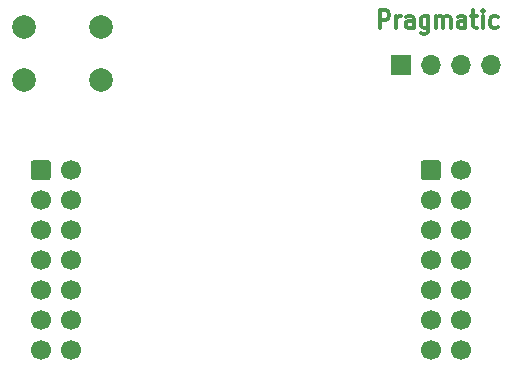
<source format=gts>
%TF.GenerationSoftware,KiCad,Pcbnew,(5.1.10-1-10_14)*%
%TF.CreationDate,2021-11-08T15:08:33+08:00*%
%TF.ProjectId,Pragmatic,50726167-6d61-4746-9963-2e6b69636164,V0.1*%
%TF.SameCoordinates,Original*%
%TF.FileFunction,Soldermask,Top*%
%TF.FilePolarity,Negative*%
%FSLAX46Y46*%
G04 Gerber Fmt 4.6, Leading zero omitted, Abs format (unit mm)*
G04 Created by KiCad (PCBNEW (5.1.10-1-10_14)) date 2021-11-08 15:08:33*
%MOMM*%
%LPD*%
G01*
G04 APERTURE LIST*
%ADD10C,0.350000*%
%ADD11O,1.700000X1.700000*%
%ADD12R,1.700000X1.700000*%
%ADD13C,2.000000*%
%ADD14C,1.700000*%
G04 APERTURE END LIST*
D10*
X150608333Y-47668571D02*
X150608333Y-46168571D01*
X151141666Y-46168571D01*
X151275000Y-46240000D01*
X151341666Y-46311428D01*
X151408333Y-46454285D01*
X151408333Y-46668571D01*
X151341666Y-46811428D01*
X151275000Y-46882857D01*
X151141666Y-46954285D01*
X150608333Y-46954285D01*
X152008333Y-47668571D02*
X152008333Y-46668571D01*
X152008333Y-46954285D02*
X152075000Y-46811428D01*
X152141666Y-46740000D01*
X152275000Y-46668571D01*
X152408333Y-46668571D01*
X153475000Y-47668571D02*
X153475000Y-46882857D01*
X153408333Y-46740000D01*
X153275000Y-46668571D01*
X153008333Y-46668571D01*
X152875000Y-46740000D01*
X153475000Y-47597142D02*
X153341666Y-47668571D01*
X153008333Y-47668571D01*
X152875000Y-47597142D01*
X152808333Y-47454285D01*
X152808333Y-47311428D01*
X152875000Y-47168571D01*
X153008333Y-47097142D01*
X153341666Y-47097142D01*
X153475000Y-47025714D01*
X154741666Y-46668571D02*
X154741666Y-47882857D01*
X154675000Y-48025714D01*
X154608333Y-48097142D01*
X154475000Y-48168571D01*
X154275000Y-48168571D01*
X154141666Y-48097142D01*
X154741666Y-47597142D02*
X154608333Y-47668571D01*
X154341666Y-47668571D01*
X154208333Y-47597142D01*
X154141666Y-47525714D01*
X154075000Y-47382857D01*
X154075000Y-46954285D01*
X154141666Y-46811428D01*
X154208333Y-46740000D01*
X154341666Y-46668571D01*
X154608333Y-46668571D01*
X154741666Y-46740000D01*
X155408333Y-47668571D02*
X155408333Y-46668571D01*
X155408333Y-46811428D02*
X155475000Y-46740000D01*
X155608333Y-46668571D01*
X155808333Y-46668571D01*
X155941666Y-46740000D01*
X156008333Y-46882857D01*
X156008333Y-47668571D01*
X156008333Y-46882857D02*
X156075000Y-46740000D01*
X156208333Y-46668571D01*
X156408333Y-46668571D01*
X156541666Y-46740000D01*
X156608333Y-46882857D01*
X156608333Y-47668571D01*
X157875000Y-47668571D02*
X157875000Y-46882857D01*
X157808333Y-46740000D01*
X157675000Y-46668571D01*
X157408333Y-46668571D01*
X157275000Y-46740000D01*
X157875000Y-47597142D02*
X157741666Y-47668571D01*
X157408333Y-47668571D01*
X157275000Y-47597142D01*
X157208333Y-47454285D01*
X157208333Y-47311428D01*
X157275000Y-47168571D01*
X157408333Y-47097142D01*
X157741666Y-47097142D01*
X157875000Y-47025714D01*
X158341666Y-46668571D02*
X158875000Y-46668571D01*
X158541666Y-46168571D02*
X158541666Y-47454285D01*
X158608333Y-47597142D01*
X158741666Y-47668571D01*
X158875000Y-47668571D01*
X159341666Y-47668571D02*
X159341666Y-46668571D01*
X159341666Y-46168571D02*
X159275000Y-46240000D01*
X159341666Y-46311428D01*
X159408333Y-46240000D01*
X159341666Y-46168571D01*
X159341666Y-46311428D01*
X160608333Y-47597142D02*
X160475000Y-47668571D01*
X160208333Y-47668571D01*
X160075000Y-47597142D01*
X160008333Y-47525714D01*
X159941666Y-47382857D01*
X159941666Y-46954285D01*
X160008333Y-46811428D01*
X160075000Y-46740000D01*
X160208333Y-46668571D01*
X160475000Y-46668571D01*
X160608333Y-46740000D01*
D11*
X160020000Y-50800000D03*
X157480000Y-50800000D03*
X154940000Y-50800000D03*
D12*
X152400000Y-50800000D03*
D13*
X120500000Y-52070000D03*
X120500000Y-47570000D03*
X127000000Y-52070000D03*
X127000000Y-47570000D03*
D14*
X157480000Y-74930000D03*
X157480000Y-72390000D03*
X157480000Y-69850000D03*
X157480000Y-67310000D03*
X157480000Y-64770000D03*
X157480000Y-62230000D03*
X157480000Y-59690000D03*
X154940000Y-74930000D03*
X154940000Y-72390000D03*
X154940000Y-69850000D03*
X154940000Y-67310000D03*
X154940000Y-64770000D03*
X154940000Y-62230000D03*
G36*
G01*
X154090000Y-60290000D02*
X154090000Y-59090000D01*
G75*
G02*
X154340000Y-58840000I250000J0D01*
G01*
X155540000Y-58840000D01*
G75*
G02*
X155790000Y-59090000I0J-250000D01*
G01*
X155790000Y-60290000D01*
G75*
G02*
X155540000Y-60540000I-250000J0D01*
G01*
X154340000Y-60540000D01*
G75*
G02*
X154090000Y-60290000I0J250000D01*
G01*
G37*
X124460000Y-74930000D03*
X124460000Y-72390000D03*
X124460000Y-69850000D03*
X124460000Y-67310000D03*
X124460000Y-64770000D03*
X124460000Y-62230000D03*
X124460000Y-59690000D03*
X121920000Y-74930000D03*
X121920000Y-72390000D03*
X121920000Y-69850000D03*
X121920000Y-67310000D03*
X121920000Y-64770000D03*
X121920000Y-62230000D03*
G36*
G01*
X121070000Y-60290000D02*
X121070000Y-59090000D01*
G75*
G02*
X121320000Y-58840000I250000J0D01*
G01*
X122520000Y-58840000D01*
G75*
G02*
X122770000Y-59090000I0J-250000D01*
G01*
X122770000Y-60290000D01*
G75*
G02*
X122520000Y-60540000I-250000J0D01*
G01*
X121320000Y-60540000D01*
G75*
G02*
X121070000Y-60290000I0J250000D01*
G01*
G37*
M02*

</source>
